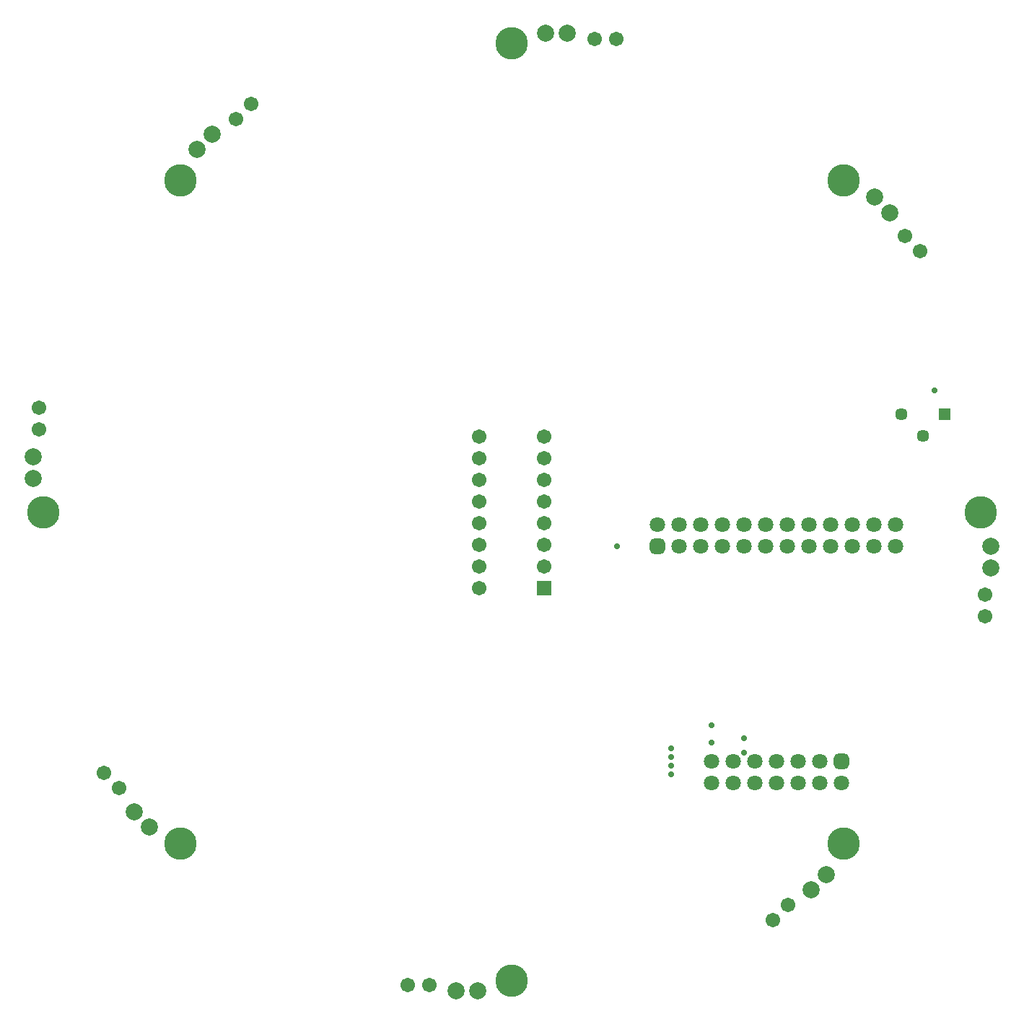
<source format=gbs>
G04*
G04 #@! TF.GenerationSoftware,Altium Limited,Altium Designer,24.7.2 (38)*
G04*
G04 Layer_Color=16711935*
%FSLAX44Y44*%
%MOMM*%
G71*
G04*
G04 #@! TF.SameCoordinates,368DA5F4-0558-4B36-8F9D-AB2494F627D1*
G04*
G04*
G04 #@! TF.FilePolarity,Negative*
G04*
G01*
G75*
%ADD24C,1.7032*%
%ADD25C,2.0000*%
%ADD26C,3.8032*%
G04:AMPARAMS|DCode=27|XSize=1.8032mm|YSize=1.8032mm|CornerRadius=0.5016mm|HoleSize=0mm|Usage=FLASHONLY|Rotation=180.000|XOffset=0mm|YOffset=0mm|HoleType=Round|Shape=RoundedRectangle|*
%AMROUNDEDRECTD27*
21,1,1.8032,0.8000,0,0,180.0*
21,1,0.8000,1.8032,0,0,180.0*
1,1,1.0032,-0.4000,0.4000*
1,1,1.0032,0.4000,0.4000*
1,1,1.0032,0.4000,-0.4000*
1,1,1.0032,-0.4000,-0.4000*
%
%ADD27ROUNDEDRECTD27*%
%ADD28C,1.8032*%
%ADD29C,1.4532*%
%ADD30R,1.4532X1.4532*%
%ADD31R,1.7032X1.7032*%
%ADD32C,0.7032*%
D24*
X97000Y555000D02*
D03*
X122400D02*
D03*
X461034Y323855D02*
D03*
X478994Y305895D02*
D03*
X-97000Y-555000D02*
D03*
X-122400D02*
D03*
X-323850Y461030D02*
D03*
X-305889Y478991D02*
D03*
X305889Y-478990D02*
D03*
X323850Y-461030D02*
D03*
X-478990Y-305889D02*
D03*
X-461030Y-323850D02*
D03*
X555000Y-97000D02*
D03*
Y-122400D02*
D03*
X-555000Y122400D02*
D03*
Y97000D02*
D03*
X-38100Y88900D02*
D03*
Y63500D02*
D03*
Y38100D02*
D03*
Y12700D02*
D03*
Y-12700D02*
D03*
Y-38100D02*
D03*
Y-63500D02*
D03*
Y-88900D02*
D03*
X38100Y88900D02*
D03*
Y63500D02*
D03*
Y38100D02*
D03*
Y12700D02*
D03*
Y-12700D02*
D03*
Y-38100D02*
D03*
Y-63500D02*
D03*
D25*
X425537Y369251D02*
D03*
X443498Y351291D02*
D03*
X369250Y-425540D02*
D03*
X351290Y-443500D02*
D03*
X-65200Y-562000D02*
D03*
X-39800D02*
D03*
X-443501Y-351290D02*
D03*
X-425540Y-369250D02*
D03*
X-562000Y65200D02*
D03*
Y39800D02*
D03*
X-351290Y443500D02*
D03*
X-369250Y425540D02*
D03*
X65200Y562000D02*
D03*
X39800D02*
D03*
X562000Y-39800D02*
D03*
Y-65200D02*
D03*
D26*
X-550000Y-0D02*
D03*
X-388910Y388910D02*
D03*
Y-388910D02*
D03*
X-0Y-550000D02*
D03*
X388910Y-388910D02*
D03*
X550000Y-0D02*
D03*
X388909Y388910D02*
D03*
X-0Y550000D02*
D03*
D27*
X386500Y-292100D02*
D03*
X170600Y-39700D02*
D03*
D28*
X386500Y-317500D02*
D03*
X361100Y-292100D02*
D03*
Y-317500D02*
D03*
X335700Y-292100D02*
D03*
Y-317500D02*
D03*
X310300Y-292100D02*
D03*
Y-317500D02*
D03*
X284900Y-292100D02*
D03*
X259500D02*
D03*
X234100D02*
D03*
X284900Y-317500D02*
D03*
X259500D02*
D03*
X234100D02*
D03*
X450000Y-14300D02*
D03*
X424600D02*
D03*
X399200D02*
D03*
X450000Y-39700D02*
D03*
X424600D02*
D03*
X399200D02*
D03*
X373800Y-14300D02*
D03*
X348400D02*
D03*
X373800Y-39700D02*
D03*
X348400D02*
D03*
X170600Y-14300D02*
D03*
X196000Y-39700D02*
D03*
Y-14300D02*
D03*
X221400Y-39700D02*
D03*
Y-14300D02*
D03*
X246800Y-39700D02*
D03*
Y-14300D02*
D03*
X272200Y-39700D02*
D03*
X297600D02*
D03*
X272200Y-14300D02*
D03*
X297600D02*
D03*
X323000Y-39700D02*
D03*
Y-14300D02*
D03*
D29*
X457100Y114650D02*
D03*
X482500Y89250D02*
D03*
D30*
X507900Y114650D02*
D03*
D31*
X38100Y-88900D02*
D03*
D32*
X234100Y-270000D02*
D03*
Y-250000D02*
D03*
X186506Y-277500D02*
D03*
X123500Y-39700D02*
D03*
X496240Y142500D02*
D03*
X272500Y-265000D02*
D03*
Y-282500D02*
D03*
X186506Y-287500D02*
D03*
Y-297692D02*
D03*
Y-307500D02*
D03*
M02*

</source>
